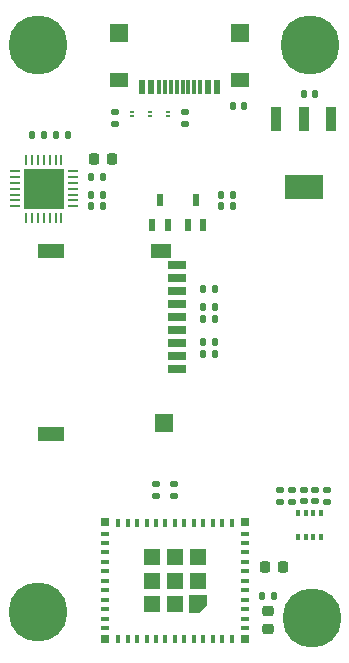
<source format=gbr>
%TF.GenerationSoftware,KiCad,Pcbnew,9.0.2*%
%TF.CreationDate,2025-12-09T17:01:45+01:00*%
%TF.ProjectId,datalogger,64617461-6c6f-4676-9765-722e6b696361,rev?*%
%TF.SameCoordinates,Original*%
%TF.FileFunction,Copper,L1,Top*%
%TF.FilePolarity,Positive*%
%FSLAX46Y46*%
G04 Gerber Fmt 4.6, Leading zero omitted, Abs format (unit mm)*
G04 Created by KiCad (PCBNEW 9.0.2) date 2025-12-09 17:01:45*
%MOMM*%
%LPD*%
G01*
G04 APERTURE LIST*
G04 Aperture macros list*
%AMRoundRect*
0 Rectangle with rounded corners*
0 $1 Rounding radius*
0 $2 $3 $4 $5 $6 $7 $8 $9 X,Y pos of 4 corners*
0 Add a 4 corners polygon primitive as box body*
4,1,4,$2,$3,$4,$5,$6,$7,$8,$9,$2,$3,0*
0 Add four circle primitives for the rounded corners*
1,1,$1+$1,$2,$3*
1,1,$1+$1,$4,$5*
1,1,$1+$1,$6,$7*
1,1,$1+$1,$8,$9*
0 Add four rect primitives between the rounded corners*
20,1,$1+$1,$2,$3,$4,$5,0*
20,1,$1+$1,$4,$5,$6,$7,0*
20,1,$1+$1,$6,$7,$8,$9,0*
20,1,$1+$1,$8,$9,$2,$3,0*%
%AMFreePoly0*
4,1,14,0.728536,0.728536,0.730000,0.725000,0.730000,-0.725000,0.728536,-0.728536,0.725000,-0.730000,-0.725000,-0.730000,-0.728536,-0.728536,-0.730000,-0.725000,-0.730000,0.125000,-0.728536,0.128536,-0.128536,0.728536,-0.125000,0.730000,0.725000,0.730000,0.728536,0.728536,0.728536,0.728536,$1*%
G04 Aperture macros list end*
%TA.AperFunction,SMDPad,CuDef*%
%ADD10RoundRect,0.225000X0.225000X0.250000X-0.225000X0.250000X-0.225000X-0.250000X0.225000X-0.250000X0*%
%TD*%
%TA.AperFunction,HeatsinkPad*%
%ADD11R,3.350000X3.350000*%
%TD*%
%TA.AperFunction,SMDPad,CuDef*%
%ADD12RoundRect,0.062500X0.062500X0.337500X-0.062500X0.337500X-0.062500X-0.337500X0.062500X-0.337500X0*%
%TD*%
%TA.AperFunction,SMDPad,CuDef*%
%ADD13RoundRect,0.062500X0.337500X0.062500X-0.337500X0.062500X-0.337500X-0.062500X0.337500X-0.062500X0*%
%TD*%
%TA.AperFunction,SMDPad,CuDef*%
%ADD14RoundRect,0.135000X-0.135000X-0.185000X0.135000X-0.185000X0.135000X0.185000X-0.135000X0.185000X0*%
%TD*%
%TA.AperFunction,SMDPad,CuDef*%
%ADD15RoundRect,0.135000X0.135000X0.185000X-0.135000X0.185000X-0.135000X-0.185000X0.135000X-0.185000X0*%
%TD*%
%TA.AperFunction,ComponentPad*%
%ADD16C,0.800000*%
%TD*%
%TA.AperFunction,ComponentPad*%
%ADD17C,5.000000*%
%TD*%
%TA.AperFunction,SMDPad,CuDef*%
%ADD18R,0.500000X1.050000*%
%TD*%
%TA.AperFunction,SMDPad,CuDef*%
%ADD19R,0.800000X0.400000*%
%TD*%
%TA.AperFunction,SMDPad,CuDef*%
%ADD20R,0.400000X0.800000*%
%TD*%
%TA.AperFunction,SMDPad,CuDef*%
%ADD21FreePoly0,180.000000*%
%TD*%
%TA.AperFunction,SMDPad,CuDef*%
%ADD22R,1.450000X1.450000*%
%TD*%
%TA.AperFunction,SMDPad,CuDef*%
%ADD23R,0.700000X0.700000*%
%TD*%
%TA.AperFunction,SMDPad,CuDef*%
%ADD24RoundRect,0.140000X-0.140000X-0.170000X0.140000X-0.170000X0.140000X0.170000X-0.140000X0.170000X0*%
%TD*%
%TA.AperFunction,SMDPad,CuDef*%
%ADD25RoundRect,0.135000X0.185000X-0.135000X0.185000X0.135000X-0.185000X0.135000X-0.185000X-0.135000X0*%
%TD*%
%TA.AperFunction,SMDPad,CuDef*%
%ADD26RoundRect,0.140000X0.170000X-0.140000X0.170000X0.140000X-0.170000X0.140000X-0.170000X-0.140000X0*%
%TD*%
%TA.AperFunction,SMDPad,CuDef*%
%ADD27R,0.950000X2.150000*%
%TD*%
%TA.AperFunction,SMDPad,CuDef*%
%ADD28R,3.250000X2.150000*%
%TD*%
%TA.AperFunction,SMDPad,CuDef*%
%ADD29RoundRect,0.225000X0.250000X-0.225000X0.250000X0.225000X-0.250000X0.225000X-0.250000X-0.225000X0*%
%TD*%
%TA.AperFunction,SMDPad,CuDef*%
%ADD30RoundRect,0.055000X0.095000X-0.055000X0.095000X0.055000X-0.095000X0.055000X-0.095000X-0.055000X0*%
%TD*%
%TA.AperFunction,SMDPad,CuDef*%
%ADD31R,0.600000X1.150000*%
%TD*%
%TA.AperFunction,SMDPad,CuDef*%
%ADD32R,0.300000X1.150000*%
%TD*%
%TA.AperFunction,SMDPad,CuDef*%
%ADD33R,1.550000X1.250000*%
%TD*%
%TA.AperFunction,SMDPad,CuDef*%
%ADD34R,1.550000X1.500000*%
%TD*%
%TA.AperFunction,SMDPad,CuDef*%
%ADD35RoundRect,0.140000X0.140000X0.170000X-0.140000X0.170000X-0.140000X-0.170000X0.140000X-0.170000X0*%
%TD*%
%TA.AperFunction,SMDPad,CuDef*%
%ADD36R,0.350000X0.500000*%
%TD*%
%TA.AperFunction,SMDPad,CuDef*%
%ADD37RoundRect,0.225000X-0.225000X-0.250000X0.225000X-0.250000X0.225000X0.250000X-0.225000X0.250000X0*%
%TD*%
%TA.AperFunction,SMDPad,CuDef*%
%ADD38R,1.600000X0.700000*%
%TD*%
%TA.AperFunction,SMDPad,CuDef*%
%ADD39R,1.800000X1.200000*%
%TD*%
%TA.AperFunction,SMDPad,CuDef*%
%ADD40R,1.500000X1.600000*%
%TD*%
%TA.AperFunction,SMDPad,CuDef*%
%ADD41R,2.200000X1.200000*%
%TD*%
%TA.AperFunction,SMDPad,CuDef*%
%ADD42RoundRect,0.135000X-0.185000X0.135000X-0.185000X-0.135000X0.185000X-0.135000X0.185000X0.135000X0*%
%TD*%
G04 APERTURE END LIST*
D10*
%TO.P,C1,1*%
%TO.N,GNDREF*%
X154775000Y-62500000D03*
%TO.P,C1,2*%
%TO.N,+3V3*%
X153225000Y-62500000D03*
%TD*%
D11*
%TO.P,U2,29,GND*%
%TO.N,GNDREF*%
X149000000Y-65000000D03*
D12*
%TO.P,U2,28,~{DTR}*%
%TO.N,DTR*%
X150500000Y-67450000D03*
%TO.P,U2,27,~{DSR}*%
%TO.N,unconnected-(U2-~{DSR}-Pad27)*%
X150000000Y-67450000D03*
%TO.P,U2,26,TXD*%
%TO.N,Net-(U2-TXD)*%
X149500000Y-67450000D03*
%TO.P,U2,25,RXD*%
%TO.N,Net-(U2-RXD)*%
X149000000Y-67450000D03*
%TO.P,U2,24,~{RTS}*%
%TO.N,RTS*%
X148500000Y-67450000D03*
%TO.P,U2,23,~{CTS}*%
%TO.N,unconnected-(U2-~{CTS}-Pad23)*%
X148000000Y-67450000D03*
%TO.P,U2,22,GPIO.4*%
%TO.N,unconnected-(U2-GPIO.4-Pad22)*%
X147500000Y-67450000D03*
D13*
%TO.P,U2,21,GPIO.5*%
%TO.N,unconnected-(U2-GPIO.5-Pad21)*%
X146550000Y-66500000D03*
%TO.P,U2,20,GPIO.6*%
%TO.N,unconnected-(U2-GPIO.6-Pad20)*%
X146550000Y-66000000D03*
%TO.P,U2,19,~{TXT}/GPIO.0*%
%TO.N,unconnected-(U2-~{TXT}{slash}GPIO.0-Pad19)*%
X146550000Y-65500000D03*
%TO.P,U2,18,~{RXT}/GPIO.1*%
%TO.N,unconnected-(U2-~{RXT}{slash}GPIO.1-Pad18)*%
X146550000Y-65000000D03*
%TO.P,U2,17,RS485/GPIO.2*%
%TO.N,unconnected-(U2-RS485{slash}GPIO.2-Pad17)*%
X146550000Y-64500000D03*
%TO.P,U2,16,~{WAKEUP}/GPIO.3*%
%TO.N,unconnected-(U2-~{WAKEUP}{slash}GPIO.3-Pad16)*%
X146550000Y-64000000D03*
%TO.P,U2,15,CHR0*%
%TO.N,unconnected-(U2-CHR0-Pad15)*%
X146550000Y-63500000D03*
D12*
%TO.P,U2,14,CHR1*%
%TO.N,unconnected-(U2-CHR1-Pad14)*%
X147500000Y-62550000D03*
%TO.P,U2,13,CHREN*%
%TO.N,unconnected-(U2-CHREN-Pad13)*%
X148000000Y-62550000D03*
%TO.P,U2,12,SUSPEND*%
%TO.N,unconnected-(U2-SUSPEND-Pad12)*%
X148500000Y-62550000D03*
%TO.P,U2,11,~{SUSPEND}*%
%TO.N,Net-(U2-~{SUSPEND})*%
X149000000Y-62550000D03*
%TO.P,U2,10,NC*%
%TO.N,unconnected-(U2-NC-Pad10)*%
X149500000Y-62550000D03*
%TO.P,U2,9,~{RST}*%
%TO.N,Net-(U2-~{RST})*%
X150000000Y-62550000D03*
%TO.P,U2,8,VBUS*%
%TO.N,+5V*%
X150500000Y-62550000D03*
D13*
%TO.P,U2,7,VREGIN*%
%TO.N,+3V3*%
X151450000Y-63500000D03*
%TO.P,U2,6,VDD*%
X151450000Y-64000000D03*
%TO.P,U2,5,D-*%
%TO.N,U2_D-*%
X151450000Y-64500000D03*
%TO.P,U2,4,D+*%
%TO.N,U2_D+*%
X151450000Y-65000000D03*
%TO.P,U2,3,GND*%
%TO.N,GNDREF*%
X151450000Y-65500000D03*
%TO.P,U2,2,~{RI}/CLK*%
%TO.N,unconnected-(U2-~{RI}{slash}CLK-Pad2)*%
X151450000Y-66000000D03*
%TO.P,U2,1,~{DCD}*%
%TO.N,unconnected-(U2-~{DCD}-Pad1)*%
X151450000Y-66500000D03*
%TD*%
D14*
%TO.P,R16,1*%
%TO.N,SPI_MISO*%
X162500000Y-73500000D03*
%TO.P,R16,2*%
%TO.N,+3V3*%
X163520000Y-73500000D03*
%TD*%
D15*
%TO.P,R15,1*%
%TO.N,SPI_CSO_SD*%
X163530000Y-79000000D03*
%TO.P,R15,2*%
%TO.N,+3V3*%
X162510000Y-79000000D03*
%TD*%
D16*
%TO.P,H4,1*%
%TO.N,N/C*%
X146625000Y-100875000D03*
X147174175Y-99549175D03*
X147174175Y-102200825D03*
X148500000Y-99000000D03*
D17*
X148500000Y-100875000D03*
D16*
X148500000Y-102750000D03*
X149825825Y-99549175D03*
X149825825Y-102200825D03*
X150375000Y-100875000D03*
%TD*%
%TO.P,H3,1*%
%TO.N,N/C*%
X169799175Y-101325825D03*
X170348350Y-100000000D03*
X170348350Y-102651650D03*
X171674175Y-99450825D03*
D17*
X171674175Y-101325825D03*
D16*
X171674175Y-103200825D03*
X173000000Y-100000000D03*
X173000000Y-102651650D03*
X173549175Y-101325825D03*
%TD*%
%TO.P,H2,1*%
%TO.N,N/C*%
X146625000Y-52875000D03*
X147174175Y-51549175D03*
X147174175Y-54200825D03*
X148500000Y-51000000D03*
D17*
X148500000Y-52875000D03*
D16*
X148500000Y-54750000D03*
X149825825Y-51549175D03*
X149825825Y-54200825D03*
X150375000Y-52875000D03*
%TD*%
%TO.P,H1,1*%
%TO.N,N/C*%
X169625000Y-52875000D03*
X170174175Y-51549175D03*
X170174175Y-54200825D03*
X171500000Y-51000000D03*
D17*
X171500000Y-52875000D03*
D16*
X171500000Y-54750000D03*
X172825825Y-51549175D03*
X172825825Y-54200825D03*
X173375000Y-52875000D03*
%TD*%
D18*
%TO.P,Q2,1,C*%
%TO.N,GPIO9*%
X161200000Y-68100000D03*
%TO.P,Q2,2,B*%
%TO.N,Net-(Q2-B)*%
X162500000Y-68100000D03*
%TO.P,Q2,3,E*%
%TO.N,DTR*%
X161850000Y-66000000D03*
%TD*%
D15*
%TO.P,R17,1*%
%TO.N,SPI_MOSI*%
X163520000Y-78000000D03*
%TO.P,R17,2*%
%TO.N,+3V3*%
X162500000Y-78000000D03*
%TD*%
D19*
%TO.P,U3,1,GND*%
%TO.N,GNDREF*%
X166000000Y-102200000D03*
%TO.P,U3,2,GND*%
X166000000Y-101400000D03*
%TO.P,U3,3,3V3*%
%TO.N,+3V3*%
X166000000Y-100600000D03*
%TO.P,U3,4,NC*%
%TO.N,unconnected-(U3-NC-Pad4)*%
X166000000Y-99800000D03*
%TO.P,U3,5,IO2*%
%TO.N,SCL*%
X166000000Y-99000000D03*
%TO.P,U3,6,IO3*%
%TO.N,SDA*%
X166000000Y-98200000D03*
%TO.P,U3,7,NC*%
%TO.N,unconnected-(U3-NC-Pad7)*%
X166000000Y-97400000D03*
%TO.P,U3,8,EN*%
%TO.N,CHIP_PU*%
X166000000Y-96600000D03*
%TO.P,U3,9,NC*%
%TO.N,unconnected-(U3-NC-Pad9)*%
X166000000Y-95800000D03*
%TO.P,U3,10,NC*%
%TO.N,unconnected-(U3-NC-Pad10)*%
X166000000Y-95000000D03*
%TO.P,U3,11,GND*%
%TO.N,GNDREF*%
X166000000Y-94200000D03*
D20*
%TO.P,U3,12,IO0*%
%TO.N,SPI_MOSI*%
X164900000Y-93300000D03*
%TO.P,U3,13,IO1*%
%TO.N,SPI_MISO*%
X164100000Y-93300000D03*
%TO.P,U3,14,GND*%
%TO.N,GNDREF*%
X163300000Y-93300000D03*
%TO.P,U3,15,NC*%
%TO.N,unconnected-(U3-NC-Pad15)*%
X162500000Y-93300000D03*
%TO.P,U3,16,IO10*%
%TO.N,unconnected-(U3-IO10-Pad16)*%
X161700000Y-93300000D03*
%TO.P,U3,17,NC*%
%TO.N,unconnected-(U3-NC-Pad17)*%
X160900000Y-93300000D03*
%TO.P,U3,18,IO4*%
%TO.N,GPIO18*%
X160100000Y-93300000D03*
%TO.P,U3,19,IO5*%
%TO.N,GPIO19*%
X159300000Y-93300000D03*
%TO.P,U3,20,IO6*%
%TO.N,unconnected-(U3-IO6-Pad20)*%
X158500000Y-93300000D03*
%TO.P,U3,21,IO7*%
%TO.N,SPI_CSO_SD*%
X157700000Y-93300000D03*
%TO.P,U3,22,IO8*%
%TO.N,SPI_SCK*%
X156900000Y-93300000D03*
%TO.P,U3,23,IO9*%
%TO.N,GPIO9*%
X156100000Y-93300000D03*
%TO.P,U3,24,NC*%
%TO.N,unconnected-(U3-NC-Pad24)*%
X155300000Y-93300000D03*
D19*
%TO.P,U3,25,NC*%
%TO.N,unconnected-(U3-NC-Pad25)*%
X154200000Y-94200000D03*
%TO.P,U3,26,IO18*%
%TO.N,unconnected-(U3-IO18-Pad26)*%
X154200000Y-95000000D03*
%TO.P,U3,27,IO19*%
%TO.N,unconnected-(U3-IO19-Pad27)*%
X154200000Y-95800000D03*
%TO.P,U3,28,NC*%
%TO.N,unconnected-(U3-NC-Pad28)*%
X154200000Y-96600000D03*
%TO.P,U3,29,NC*%
%TO.N,unconnected-(U3-NC-Pad29)*%
X154200000Y-97400000D03*
%TO.P,U3,30,RXD0*%
%TO.N,RXD0*%
X154200000Y-98200000D03*
%TO.P,U3,31,TXD0*%
%TO.N,TXD0*%
X154200000Y-99000000D03*
%TO.P,U3,32,NC*%
%TO.N,unconnected-(U3-NC-Pad32)*%
X154200000Y-99800000D03*
%TO.P,U3,33,NC*%
%TO.N,unconnected-(U3-NC-Pad33)*%
X154200000Y-100600000D03*
%TO.P,U3,34,NC*%
%TO.N,unconnected-(U3-NC-Pad34)*%
X154200000Y-101400000D03*
%TO.P,U3,35,NC*%
%TO.N,unconnected-(U3-NC-Pad35)*%
X154200000Y-102200000D03*
D20*
%TO.P,U3,36,GND*%
%TO.N,GNDREF*%
X155300000Y-103100000D03*
%TO.P,U3,37,GND*%
X156100000Y-103100000D03*
%TO.P,U3,38,GND*%
X156900000Y-103100000D03*
%TO.P,U3,39,GND*%
X157700000Y-103100000D03*
%TO.P,U3,40,GND*%
X158500000Y-103100000D03*
%TO.P,U3,41,GND*%
X159300000Y-103100000D03*
%TO.P,U3,42,GND*%
X160100000Y-103100000D03*
%TO.P,U3,43,GND*%
X160900000Y-103100000D03*
%TO.P,U3,44,GND*%
X161700000Y-103100000D03*
%TO.P,U3,45,GND*%
X162500000Y-103100000D03*
%TO.P,U3,46,GND*%
X163300000Y-103100000D03*
%TO.P,U3,47,GND*%
X164100000Y-103100000D03*
%TO.P,U3,48,GND*%
X164900000Y-103100000D03*
D21*
%TO.P,U3,49_1,GND*%
X162075000Y-100175000D03*
D22*
%TO.P,U3,49_2,GND*%
X160100000Y-100175000D03*
%TO.P,U3,49_3,GND*%
X158125000Y-100175000D03*
%TO.P,U3,49_4,GND*%
X158125000Y-98200000D03*
%TO.P,U3,49_5,GND*%
X158125000Y-96225000D03*
%TO.P,U3,49_6,GND*%
X160100000Y-96225000D03*
%TO.P,U3,49_7,GND*%
X162075000Y-96225000D03*
%TO.P,U3,49_8,GND*%
X162075000Y-98200000D03*
%TO.P,U3,49_9,GND*%
X160100000Y-98200000D03*
D23*
%TO.P,U3,50,GND*%
X154150000Y-103150000D03*
%TO.P,U3,51,GND*%
X154150000Y-93250000D03*
%TO.P,U3,52,GND*%
X166050000Y-93250000D03*
%TO.P,U3,53,GND*%
X166050000Y-103150000D03*
%TD*%
D24*
%TO.P,C4,1*%
%TO.N,+3V3*%
X171040000Y-57000000D03*
%TO.P,C4,2*%
%TO.N,GNDREF*%
X172000000Y-57000000D03*
%TD*%
%TO.P,C8,1*%
%TO.N,GNDREF*%
X167520000Y-99500000D03*
%TO.P,C8,2*%
%TO.N,+3V3*%
X168480000Y-99500000D03*
%TD*%
D18*
%TO.P,Q1,1,C*%
%TO.N,RTS*%
X158200000Y-68100000D03*
%TO.P,Q1,2,B*%
%TO.N,Net-(Q1-B)*%
X159500000Y-68100000D03*
%TO.P,Q1,3,E*%
%TO.N,CHIP_PU*%
X158850000Y-66000000D03*
%TD*%
D15*
%TO.P,R18,1*%
%TO.N,SPI_SCK*%
X163520000Y-76000000D03*
%TO.P,R18,2*%
%TO.N,+3V3*%
X162500000Y-76000000D03*
%TD*%
D25*
%TO.P,R9,1*%
%TO.N,SCL*%
X169000000Y-91510000D03*
%TO.P,R9,2*%
%TO.N,SDA*%
X169000000Y-90490000D03*
%TD*%
D26*
%TO.P,C7,1*%
%TO.N,+3V3*%
X171000000Y-91480000D03*
%TO.P,C7,2*%
%TO.N,GNDREF*%
X171000000Y-90520000D03*
%TD*%
D14*
%TO.P,R6,1*%
%TO.N,DTR*%
X163990000Y-65500000D03*
%TO.P,R6,2*%
%TO.N,Net-(Q1-B)*%
X165010000Y-65500000D03*
%TD*%
D24*
%TO.P,C3,1*%
%TO.N,+5V*%
X165020000Y-58000000D03*
%TO.P,C3,2*%
%TO.N,GNDREF*%
X165980000Y-58000000D03*
%TD*%
D25*
%TO.P,R1,1*%
%TO.N,Net-(J2-CC2)*%
X155000000Y-59500000D03*
%TO.P,R1,2*%
%TO.N,GNDREF*%
X155000000Y-58480000D03*
%TD*%
D27*
%TO.P,U4,1,GND*%
%TO.N,GNDREF*%
X173300000Y-59100000D03*
%TO.P,U4,2,OUT*%
%TO.N,+3V3*%
X171000000Y-59100000D03*
%TO.P,U4,3,IN*%
%TO.N,+5V*%
X168700000Y-59100000D03*
D28*
%TO.P,U4,4,OUT*%
%TO.N,+3V3*%
X171000000Y-64900000D03*
%TD*%
D29*
%TO.P,C5,1*%
%TO.N,GNDREF*%
X168000000Y-102275000D03*
%TO.P,C5,2*%
%TO.N,+3V3*%
X168000000Y-100725000D03*
%TD*%
D30*
%TO.P,D3,1,A1*%
%TO.N,GNDREF*%
X156500000Y-58870000D03*
%TO.P,D3,2,A2*%
%TO.N,+5V*%
X156500000Y-58500000D03*
%TD*%
D15*
%TO.P,R5,1*%
%TO.N,RXD0*%
X154000000Y-66500000D03*
%TO.P,R5,2*%
%TO.N,Net-(U2-RXD)*%
X152980000Y-66500000D03*
%TD*%
D31*
%TO.P,J2,A1_B12,GND_A*%
%TO.N,GNDREF*%
X163700000Y-56425000D03*
%TO.P,J2,A4_B9,VBUS_A*%
%TO.N,+5V*%
X162900000Y-56425000D03*
D32*
%TO.P,J2,A5,CC1*%
%TO.N,Net-(J2-CC1)*%
X161750000Y-56425000D03*
%TO.P,J2,A6,DP1*%
%TO.N,U2_D+*%
X160750000Y-56425000D03*
%TO.P,J2,A7,DN1*%
%TO.N,U2_D-*%
X160250000Y-56425000D03*
%TO.P,J2,A8,SBU1*%
%TO.N,unconnected-(J2-SBU1-PadA8)*%
X159250000Y-56425000D03*
D31*
%TO.P,J2,B1_A12,GND_B*%
%TO.N,GNDREF*%
X157300000Y-56425000D03*
%TO.P,J2,B4_A9,VBUS_B*%
%TO.N,+5V*%
X158100000Y-56425000D03*
D32*
%TO.P,J2,B5,CC2*%
%TO.N,Net-(J2-CC2)*%
X158750000Y-56425000D03*
%TO.P,J2,B6,DP2*%
%TO.N,U2_D+*%
X159750000Y-56425000D03*
%TO.P,J2,B7,DN2*%
%TO.N,U2_D-*%
X161250000Y-56425000D03*
%TO.P,J2,B8,SBU2*%
%TO.N,unconnected-(J2-SBU2-PadB8)*%
X162250000Y-56425000D03*
D33*
%TO.P,J2,SH1,SHIELD*%
%TO.N,GNDREF*%
X165595000Y-55775000D03*
%TO.P,J2,SH2,SHIELD*%
X155405000Y-55775000D03*
D34*
%TO.P,J2,SH3,SHIELD*%
X165595000Y-51850000D03*
%TO.P,J2,SH4,SHIELD*%
X155405000Y-51850000D03*
%TD*%
D14*
%TO.P,R7,1*%
%TO.N,RTS*%
X163990000Y-66500000D03*
%TO.P,R7,2*%
%TO.N,Net-(Q2-B)*%
X165010000Y-66500000D03*
%TD*%
D30*
%TO.P,D1,1,A1*%
%TO.N,GNDREF*%
X158000000Y-58870000D03*
%TO.P,D1,2,A2*%
%TO.N,U2_D+*%
X158000000Y-58500000D03*
%TD*%
D24*
%TO.P,C10,1*%
%TO.N,GNDREF*%
X162500000Y-75000000D03*
%TO.P,C10,2*%
%TO.N,+3V3*%
X163460000Y-75000000D03*
%TD*%
D26*
%TO.P,C6,1*%
%TO.N,+3V3*%
X172000000Y-91480000D03*
%TO.P,C6,2*%
%TO.N,GNDREF*%
X172000000Y-90520000D03*
%TD*%
D15*
%TO.P,R3,1*%
%TO.N,Net-(U2-~{SUSPEND})*%
X149000000Y-60500000D03*
%TO.P,R3,2*%
%TO.N,GNDREF*%
X147980000Y-60500000D03*
%TD*%
D25*
%TO.P,R14,1*%
%TO.N,+3V3*%
X170000000Y-91510000D03*
%TO.P,R14,2*%
%TO.N,CHIP_PU*%
X170000000Y-90490000D03*
%TD*%
D35*
%TO.P,C2,1*%
%TO.N,GNDREF*%
X153980000Y-64000000D03*
%TO.P,C2,2*%
%TO.N,+3V3*%
X153020000Y-64000000D03*
%TD*%
D15*
%TO.P,R2,1*%
%TO.N,+3V3*%
X151020000Y-60500000D03*
%TO.P,R2,2*%
%TO.N,Net-(U2-~{RST})*%
X150000000Y-60500000D03*
%TD*%
D30*
%TO.P,D2,1,A1*%
%TO.N,GNDREF*%
X159500000Y-58870000D03*
%TO.P,D2,2,A2*%
%TO.N,U2_D-*%
X159500000Y-58500000D03*
%TD*%
D36*
%TO.P,U1,1,GND*%
%TO.N,GNDREF*%
X172475000Y-94525000D03*
%TO.P,U1,2,CSB*%
%TO.N,SCL*%
X171825000Y-94525000D03*
%TO.P,U1,3,SDI*%
%TO.N,SDA*%
X171175000Y-94525000D03*
%TO.P,U1,4,SCK*%
%TO.N,SCL*%
X170525000Y-94525000D03*
%TO.P,U1,5,SDO*%
%TO.N,GNDREF*%
X170525000Y-92475000D03*
%TO.P,U1,6,VDDIO*%
%TO.N,+3V3*%
X171175000Y-92475000D03*
%TO.P,U1,7,GND*%
%TO.N,GNDREF*%
X171825000Y-92475000D03*
%TO.P,U1,8,VDD*%
%TO.N,+3V3*%
X172475000Y-92475000D03*
%TD*%
D25*
%TO.P,R11,1*%
%TO.N,U2_D-*%
X160000000Y-91010000D03*
%TO.P,R11,2*%
%TO.N,GPIO18*%
X160000000Y-89990000D03*
%TD*%
%TO.P,R13,1*%
%TO.N,U2_D+*%
X158500000Y-91020000D03*
%TO.P,R13,2*%
%TO.N,GPIO19*%
X158500000Y-90000000D03*
%TD*%
D37*
%TO.P,C9,1*%
%TO.N,CHIP_PU*%
X167725000Y-97000000D03*
%TO.P,C9,2*%
%TO.N,GNDREF*%
X169275000Y-97000000D03*
%TD*%
D38*
%TO.P,J1,1,DAT2*%
%TO.N,unconnected-(J1-DAT2-Pad1)*%
X160250000Y-80250000D03*
%TO.P,J1,2,CD/DAT3*%
%TO.N,SPI_CSO_SD*%
X160250000Y-79150000D03*
%TO.P,J1,3,CMD*%
%TO.N,SPI_MOSI*%
X160250000Y-78050000D03*
%TO.P,J1,4,VDD*%
%TO.N,+3V3*%
X160250000Y-76950000D03*
%TO.P,J1,5,CLK*%
%TO.N,SPI_SCK*%
X160250000Y-75850000D03*
%TO.P,J1,6,VSS*%
%TO.N,GNDREF*%
X160250000Y-74750000D03*
%TO.P,J1,7,DAT0*%
%TO.N,SPI_MISO*%
X160250000Y-73650000D03*
%TO.P,J1,8,DAT1*%
%TO.N,unconnected-(J1-DAT1-Pad8)*%
X160250000Y-72550000D03*
%TO.P,J1,CD,CD*%
%TO.N,unconnected-(J1-PadCD)*%
X160250000Y-71450000D03*
D39*
%TO.P,J1,G1,COVER_GND*%
%TO.N,GNDREF*%
X158950000Y-70250000D03*
D40*
%TO.P,J1,G2,COVER_GND*%
X159200000Y-84850000D03*
D41*
%TO.P,J1,G3,COVER_GND*%
X149650000Y-70250000D03*
%TO.P,J1,G4,COVER_GND*%
X149650000Y-85750000D03*
%TD*%
D14*
%TO.P,R4,1*%
%TO.N,Net-(U2-TXD)*%
X152990000Y-65500000D03*
%TO.P,R4,2*%
%TO.N,TXD0*%
X154010000Y-65500000D03*
%TD*%
D42*
%TO.P,R8,1*%
%TO.N,+3V3*%
X173000000Y-90490000D03*
%TO.P,R8,2*%
%TO.N,SCL*%
X173000000Y-91510000D03*
%TD*%
D25*
%TO.P,R10,1*%
%TO.N,Net-(J2-CC1)*%
X161000000Y-59520000D03*
%TO.P,R10,2*%
%TO.N,GNDREF*%
X161000000Y-58500000D03*
%TD*%
M02*

</source>
